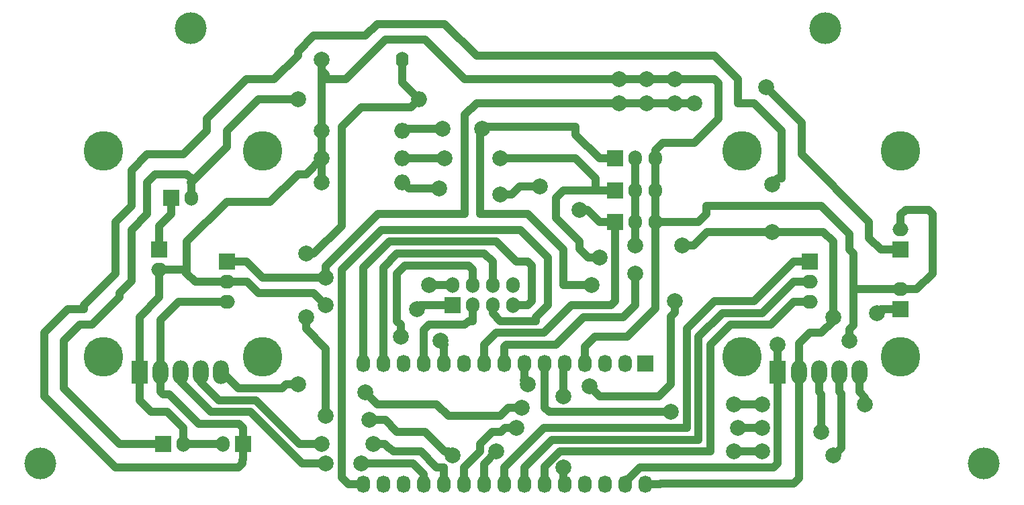
<source format=gbr>
G04 #@! TF.GenerationSoftware,KiCad,Pcbnew,(5.1.5)-3*
G04 #@! TF.CreationDate,2020-04-14T01:24:30+03:00*
G04 #@! TF.ProjectId,Transmitter,5472616e-736d-4697-9474-65722e6b6963,rev?*
G04 #@! TF.SameCoordinates,Original*
G04 #@! TF.FileFunction,Copper,L2,Bot*
G04 #@! TF.FilePolarity,Positive*
%FSLAX46Y46*%
G04 Gerber Fmt 4.6, Leading zero omitted, Abs format (unit mm)*
G04 Created by KiCad (PCBNEW (5.1.5)-3) date 2020-04-14 01:24:30*
%MOMM*%
%LPD*%
G04 APERTURE LIST*
%ADD10C,2.000000*%
%ADD11O,2.000000X2.000000*%
%ADD12O,1.700000X2.000000*%
%ADD13R,2.000000X2.000000*%
%ADD14O,1.600000X2.000000*%
%ADD15O,2.000000X3.000000*%
%ADD16R,2.000000X3.000000*%
%ADD17C,5.000000*%
%ADD18O,2.000000X1.700000*%
%ADD19O,1.700000X2.200000*%
%ADD20C,4.000000*%
%ADD21C,1.000000*%
G04 APERTURE END LIST*
D10*
X121500000Y-85000000D03*
D11*
X131660000Y-85000000D03*
D10*
X121500000Y-82000000D03*
D11*
X131660000Y-82000000D03*
D10*
X121500000Y-78500000D03*
D11*
X131660000Y-78500000D03*
D12*
X145580000Y-98000000D03*
X145580000Y-100540000D03*
X143040000Y-98000000D03*
X143040000Y-100540000D03*
X140500000Y-98000000D03*
X140500000Y-100540000D03*
X137960000Y-98000000D03*
D13*
X137960000Y-100540000D03*
D10*
X118500000Y-74500000D03*
D11*
X133740000Y-74500000D03*
D10*
X121500000Y-69500000D03*
D14*
X131660000Y-69500000D03*
D15*
X189280000Y-108960000D03*
X186740000Y-108960000D03*
X184200000Y-108960000D03*
X181660000Y-108960000D03*
D16*
X179000000Y-109000000D03*
D17*
X174500000Y-81000000D03*
X194500000Y-81000000D03*
X194500000Y-107000000D03*
X174500000Y-107000000D03*
D15*
X108780000Y-108960000D03*
X106240000Y-108960000D03*
X103700000Y-108960000D03*
X101160000Y-108960000D03*
D16*
X98500000Y-109000000D03*
D17*
X94000000Y-81000000D03*
X114000000Y-81000000D03*
X114000000Y-107000000D03*
X94000000Y-107000000D03*
D13*
X109500000Y-95000000D03*
D18*
X109500000Y-97540000D03*
X109500000Y-100080000D03*
D13*
X183000000Y-95000000D03*
D18*
X183000000Y-97540000D03*
X183000000Y-100080000D03*
D13*
X194500000Y-101040000D03*
D18*
X194500000Y-98500000D03*
D13*
X101500000Y-118000000D03*
D12*
X104040000Y-118000000D03*
D13*
X194500000Y-93500000D03*
D18*
X194500000Y-90960000D03*
D13*
X111540000Y-118000000D03*
D12*
X109000000Y-118000000D03*
D13*
X101000000Y-93500000D03*
D18*
X101000000Y-96040000D03*
D13*
X158500000Y-90000000D03*
D12*
X161040000Y-90000000D03*
X163580000Y-90000000D03*
D13*
X158500000Y-86000000D03*
D12*
X161040000Y-86000000D03*
X163580000Y-86000000D03*
D13*
X158500000Y-82000000D03*
D12*
X161040000Y-82000000D03*
X163580000Y-82000000D03*
D13*
X102500000Y-87000000D03*
D12*
X105040000Y-87000000D03*
D19*
X126720000Y-107880000D03*
X126720000Y-123120000D03*
X129260000Y-107880000D03*
X129260000Y-123120000D03*
X131800000Y-107880000D03*
X131800000Y-123120000D03*
X134340000Y-107880000D03*
X134340000Y-123120000D03*
X136880000Y-107880000D03*
X136880000Y-123120000D03*
X139420000Y-107880000D03*
X139420000Y-123120000D03*
X141960000Y-107880000D03*
X141960000Y-123120000D03*
X144500000Y-107880000D03*
X144500000Y-123120000D03*
X147040000Y-107880000D03*
X147040000Y-123120000D03*
X149580000Y-107880000D03*
X149580000Y-123120000D03*
X152120000Y-107880000D03*
X152120000Y-123120000D03*
X154660000Y-107880000D03*
X154660000Y-123120000D03*
X157200000Y-107880000D03*
X157200000Y-123120000D03*
X159740000Y-107880000D03*
X159740000Y-123120000D03*
D13*
X162280000Y-107880000D03*
D19*
X162280000Y-123120000D03*
D20*
X86000000Y-120500000D03*
X205000000Y-120500000D03*
X185000000Y-65500000D03*
X105000000Y-65500000D03*
D10*
X126500000Y-120500000D03*
X122000000Y-120500000D03*
X131500000Y-104500000D03*
X136500000Y-105000000D03*
X121500000Y-118000000D03*
X128000000Y-118000000D03*
X184500000Y-116500000D03*
X177000000Y-116000000D03*
X174000000Y-116000000D03*
X146000000Y-116000000D03*
X136299999Y-85799999D03*
X144000000Y-86500000D03*
X154000000Y-88500000D03*
X149000000Y-85500000D03*
X186000000Y-119500000D03*
X177000000Y-119000000D03*
X173500000Y-119000000D03*
X143500000Y-119000000D03*
X161000000Y-96500000D03*
X156500000Y-94500000D03*
X137000000Y-82000000D03*
X144000000Y-82000000D03*
X155500000Y-98000000D03*
X166000000Y-100000000D03*
X155250000Y-110750000D03*
X147500000Y-110500000D03*
X141750000Y-78250000D03*
X136750000Y-78250000D03*
X190000000Y-113000000D03*
X177000000Y-113000000D03*
X173500000Y-113000000D03*
X165500000Y-114000000D03*
X118500000Y-110500000D03*
X152000000Y-112000000D03*
X146750000Y-113500000D03*
X127000000Y-111500000D03*
X133500000Y-101000000D03*
X122000000Y-100500000D03*
X179000000Y-105500000D03*
X188000000Y-105000000D03*
X159000000Y-72000000D03*
X162500000Y-72000000D03*
X166000000Y-72000000D03*
X161040000Y-92960000D03*
X166960000Y-92960000D03*
X178250000Y-85250000D03*
X178250000Y-91250000D03*
X186000000Y-102000000D03*
X191500000Y-101500000D03*
X135000000Y-98000000D03*
X122000000Y-97000000D03*
X177500000Y-73000000D03*
X168500000Y-75000000D03*
X159000000Y-75000000D03*
X162500000Y-75000000D03*
X166000000Y-75000000D03*
X119500000Y-94000000D03*
X119500000Y-102000000D03*
X122000000Y-114500000D03*
X127500000Y-115000000D03*
X138000000Y-119500000D03*
X152000000Y-121000000D03*
D21*
X145580000Y-100540000D02*
X147460000Y-100540000D01*
X147460000Y-100540000D02*
X148000000Y-100000000D01*
X148000000Y-100000000D02*
X148000000Y-95500000D01*
X148000000Y-95500000D02*
X147500000Y-95000000D01*
X147500000Y-95000000D02*
X146000000Y-95000000D01*
X146000000Y-95000000D02*
X143500000Y-92500000D01*
X143500000Y-92500000D02*
X130000000Y-92500000D01*
X126720000Y-95780000D02*
X126720000Y-107880000D01*
X130000000Y-92500000D02*
X126720000Y-95780000D01*
X124870000Y-123120000D02*
X126720000Y-123120000D01*
X148500000Y-102500000D02*
X148500000Y-102000000D01*
X129000000Y-91000000D02*
X124000000Y-96000000D01*
X124000000Y-122250000D02*
X124870000Y-123120000D01*
X124000000Y-96000000D02*
X124000000Y-122250000D01*
X143040000Y-101540000D02*
X144000000Y-102500000D01*
X148500000Y-102000000D02*
X150000000Y-100500000D01*
X143040000Y-100540000D02*
X143040000Y-101540000D01*
X150000000Y-100500000D02*
X150000000Y-94500000D01*
X144000000Y-102500000D02*
X148500000Y-102500000D01*
X146500000Y-91000000D02*
X129000000Y-91000000D01*
X150000000Y-94500000D02*
X146500000Y-91000000D01*
X129260000Y-95740000D02*
X129260000Y-107880000D01*
X142000000Y-94000000D02*
X131000000Y-94000000D01*
X143040000Y-98000000D02*
X143040000Y-95040000D01*
X131000000Y-94000000D02*
X129260000Y-95740000D01*
X143040000Y-95040000D02*
X142000000Y-94000000D01*
X140500000Y-100540000D02*
X140500000Y-102500000D01*
X140500000Y-102500000D02*
X140000000Y-102500000D01*
X140000000Y-102500000D02*
X139500000Y-103000000D01*
X139500000Y-103000000D02*
X135000000Y-103000000D01*
X134340000Y-103660000D02*
X134340000Y-107880000D01*
X135000000Y-103000000D02*
X134340000Y-103660000D01*
X134340000Y-123120000D02*
X134340000Y-121840000D01*
X134340000Y-121840000D02*
X133000000Y-120500000D01*
X133000000Y-120500000D02*
X126500000Y-120500000D01*
X126500000Y-120500000D02*
X126500000Y-120500000D01*
X103700000Y-110200000D02*
X103700000Y-108960000D01*
X119000000Y-120500000D02*
X114000000Y-115500000D01*
X122000000Y-120500000D02*
X119000000Y-120500000D01*
X107500000Y-114000000D02*
X103700000Y-110200000D01*
X114000000Y-115500000D02*
X112500000Y-114000000D01*
X112500000Y-114000000D02*
X107500000Y-114000000D01*
X136500000Y-105000000D02*
X137000000Y-105500000D01*
X136880000Y-105620000D02*
X136880000Y-107880000D01*
X137000000Y-105500000D02*
X136880000Y-105620000D01*
X131500000Y-104500000D02*
X131500000Y-103000000D01*
X131500000Y-103000000D02*
X131000000Y-102500000D01*
X131000000Y-102500000D02*
X131000000Y-96500000D01*
X131000000Y-96500000D02*
X132000000Y-95500000D01*
X132000000Y-95500000D02*
X140000000Y-95500000D01*
X140000000Y-95500000D02*
X140500000Y-96000000D01*
X140500000Y-96000000D02*
X140500000Y-98000000D01*
X106240000Y-108960000D02*
X106240000Y-110240000D01*
X106240000Y-110240000D02*
X108500000Y-112500000D01*
X108500000Y-112500000D02*
X112500000Y-112500000D01*
X113197070Y-112500000D02*
X118697070Y-118000000D01*
X112500000Y-112500000D02*
X113197070Y-112500000D01*
X118697070Y-118000000D02*
X121500000Y-118000000D01*
X121500000Y-118000000D02*
X121500000Y-118000000D01*
X136880000Y-121020000D02*
X136880000Y-123120000D01*
X136000000Y-121000000D02*
X136860000Y-121000000D01*
X128000000Y-118000000D02*
X129414213Y-118000000D01*
X129414213Y-118000000D02*
X129914213Y-118500000D01*
X129914213Y-118500000D02*
X130000000Y-118500000D01*
X130000000Y-118500000D02*
X130500000Y-119000000D01*
X136860000Y-121000000D02*
X136880000Y-121020000D01*
X134000000Y-119000000D02*
X136000000Y-121000000D01*
X130500000Y-119000000D02*
X134000000Y-119000000D01*
X184200000Y-111460000D02*
X184500000Y-111760000D01*
X184200000Y-108960000D02*
X184200000Y-111460000D01*
X184500000Y-111760000D02*
X184500000Y-116500000D01*
X184500000Y-116500000D02*
X184500000Y-116500000D01*
X177000000Y-116000000D02*
X174000000Y-116000000D01*
X174000000Y-116000000D02*
X174000000Y-116000000D01*
X146000000Y-116000000D02*
X144585787Y-116000000D01*
X144585787Y-116000000D02*
X144085787Y-116500000D01*
X144085787Y-116500000D02*
X143000000Y-116500000D01*
X143000000Y-116500000D02*
X141500000Y-118000000D01*
X141500000Y-118000000D02*
X141500000Y-119000000D01*
X139420000Y-121020000D02*
X139420000Y-123120000D01*
X141440000Y-119000000D02*
X139420000Y-121020000D01*
X141500000Y-119000000D02*
X141440000Y-119000000D01*
X158000000Y-100500000D02*
X158500000Y-100000000D01*
X153000000Y-100500000D02*
X158000000Y-100500000D01*
X158500000Y-100000000D02*
X158500000Y-90000000D01*
X141960000Y-105780000D02*
X142000000Y-105740000D01*
X149500000Y-104000000D02*
X153000000Y-100500000D01*
X141960000Y-107880000D02*
X141960000Y-105780000D01*
X142000000Y-105740000D02*
X142000000Y-105500000D01*
X142000000Y-105500000D02*
X143500000Y-104000000D01*
X143500000Y-104000000D02*
X149500000Y-104000000D01*
X132459999Y-85799999D02*
X136299999Y-85799999D01*
X131660000Y-85000000D02*
X132459999Y-85799999D01*
X136299999Y-85799999D02*
X136299999Y-85799999D01*
X156500000Y-90000000D02*
X155000000Y-88500000D01*
X158500000Y-90000000D02*
X156500000Y-90000000D01*
X155000000Y-88500000D02*
X154000000Y-88500000D01*
X154000000Y-88500000D02*
X154000000Y-88500000D01*
X145414213Y-86500000D02*
X146414213Y-85500000D01*
X144000000Y-86500000D02*
X145414213Y-86500000D01*
X146414213Y-85500000D02*
X149000000Y-85500000D01*
X149000000Y-85500000D02*
X149000000Y-85500000D01*
X186740000Y-111460000D02*
X187000000Y-111720000D01*
X186740000Y-108960000D02*
X186740000Y-111460000D01*
X187000000Y-111720000D02*
X187000000Y-118500000D01*
X187000000Y-118500000D02*
X186000000Y-119500000D01*
X186000000Y-119500000D02*
X186000000Y-119500000D01*
X141960000Y-120540000D02*
X141960000Y-123120000D01*
X141960000Y-120540000D02*
X143500000Y-119000000D01*
X177000000Y-119000000D02*
X173500000Y-119000000D01*
X144500000Y-105780000D02*
X144780000Y-105500000D01*
X144500000Y-107880000D02*
X144500000Y-105780000D01*
X144780000Y-105500000D02*
X151000000Y-105500000D01*
X151000000Y-105500000D02*
X154500000Y-102000000D01*
X154500000Y-102000000D02*
X159500000Y-102000000D01*
X159500000Y-102000000D02*
X161000000Y-100500000D01*
X161000000Y-100500000D02*
X161000000Y-96500000D01*
X161000000Y-96500000D02*
X161000000Y-96500000D01*
X156000000Y-86000000D02*
X158500000Y-86000000D01*
X131660000Y-82000000D02*
X137000000Y-82000000D01*
X137000000Y-82000000D02*
X137000000Y-82000000D01*
X156000000Y-84500000D02*
X156000000Y-86000000D01*
X144000000Y-82000000D02*
X153500000Y-82000000D01*
X153500000Y-82000000D02*
X156000000Y-84500000D01*
X155085787Y-94500000D02*
X154000000Y-93414213D01*
X156500000Y-94500000D02*
X155085787Y-94500000D01*
X154000000Y-93414213D02*
X154000000Y-92500000D01*
X154000000Y-92500000D02*
X151000000Y-89500000D01*
X151000000Y-89500000D02*
X151000000Y-87000000D01*
X152000000Y-86000000D02*
X156000000Y-86000000D01*
X151000000Y-87000000D02*
X152000000Y-86000000D01*
X149500000Y-116000000D02*
X144500000Y-121000000D01*
X144500000Y-121000000D02*
X144500000Y-123120000D01*
X181000000Y-95000000D02*
X176000000Y-100000000D01*
X183000000Y-95000000D02*
X181000000Y-95000000D01*
X167500000Y-103500000D02*
X167500000Y-116000000D01*
X176000000Y-100000000D02*
X171000000Y-100000000D01*
X171000000Y-100000000D02*
X167500000Y-103500000D01*
X167500000Y-116000000D02*
X149500000Y-116000000D01*
X155500000Y-98000000D02*
X155500000Y-98000000D01*
X166000000Y-101414213D02*
X165500000Y-101914213D01*
X166000000Y-100000000D02*
X166000000Y-101414213D01*
X165500000Y-101914213D02*
X165500000Y-110500000D01*
X165500000Y-110500000D02*
X164000000Y-112000000D01*
X164000000Y-112000000D02*
X157000000Y-112000000D01*
X157000000Y-112000000D02*
X156500000Y-112000000D01*
X156500000Y-112000000D02*
X155500000Y-111000000D01*
X155500000Y-111000000D02*
X155250000Y-110750000D01*
X155250000Y-110750000D02*
X155000000Y-110500000D01*
X147500000Y-110500000D02*
X147000000Y-110000000D01*
X147040000Y-109980000D02*
X147040000Y-107880000D01*
X147020000Y-110000000D02*
X147040000Y-109980000D01*
X147000000Y-110000000D02*
X147020000Y-110000000D01*
X156500000Y-82000000D02*
X158500000Y-82000000D01*
X153500000Y-79000000D02*
X156500000Y-82000000D01*
X153500000Y-78000000D02*
X153500000Y-79000000D01*
X142000000Y-78000000D02*
X153500000Y-78000000D01*
X141500000Y-78500000D02*
X141750000Y-78250000D01*
X152000000Y-98000000D02*
X152000000Y-93500000D01*
X155500000Y-98000000D02*
X152000000Y-98000000D01*
X152000000Y-93500000D02*
X147500000Y-89000000D01*
X147500000Y-89000000D02*
X141500000Y-89000000D01*
X141500000Y-89000000D02*
X141500000Y-78500000D01*
X141750000Y-78250000D02*
X142000000Y-78000000D01*
X131910000Y-78250000D02*
X131660000Y-78500000D01*
X136750000Y-78250000D02*
X131910000Y-78250000D01*
X150500000Y-117500000D02*
X147040000Y-120960000D01*
X169000000Y-117500000D02*
X150500000Y-117500000D01*
X147040000Y-120960000D02*
X147040000Y-123120000D01*
X181000000Y-97540000D02*
X177040000Y-101500000D01*
X183000000Y-97540000D02*
X181000000Y-97540000D01*
X169000000Y-104500000D02*
X169000000Y-117500000D01*
X177040000Y-101500000D02*
X172000000Y-101500000D01*
X172000000Y-101500000D02*
X169000000Y-104500000D01*
X189280000Y-111460000D02*
X190000000Y-112180000D01*
X189280000Y-108960000D02*
X189280000Y-111460000D01*
X190000000Y-112180000D02*
X190000000Y-113000000D01*
X190000000Y-113000000D02*
X190000000Y-113000000D01*
X177000000Y-113000000D02*
X173500000Y-113000000D01*
X173500000Y-113000000D02*
X173500000Y-113000000D01*
X150160000Y-114000000D02*
X165500000Y-114000000D01*
X149580000Y-107880000D02*
X149580000Y-113420000D01*
X149580000Y-113420000D02*
X150160000Y-114000000D01*
X127000000Y-111500000D02*
X128500000Y-113000000D01*
X128500000Y-113000000D02*
X136000000Y-113000000D01*
X136000000Y-113000000D02*
X137500000Y-114500000D01*
X137500000Y-114500000D02*
X144000000Y-114500000D01*
X145000000Y-113500000D02*
X146750000Y-113500000D01*
X144000000Y-114500000D02*
X145000000Y-113500000D01*
X152000000Y-108000000D02*
X152120000Y-107880000D01*
X152000000Y-112000000D02*
X152000000Y-108000000D01*
X117000000Y-110500000D02*
X118500000Y-110500000D01*
X111000000Y-111000000D02*
X116500000Y-111000000D01*
X108780000Y-108960000D02*
X108960000Y-108960000D01*
X116500000Y-111000000D02*
X117000000Y-110500000D01*
X108960000Y-108960000D02*
X111000000Y-111000000D01*
X163580000Y-100920000D02*
X163580000Y-90000000D01*
X155940000Y-104500000D02*
X160000000Y-104500000D01*
X154660000Y-107880000D02*
X154660000Y-105780000D01*
X160000000Y-104500000D02*
X163580000Y-100920000D01*
X154660000Y-105780000D02*
X155940000Y-104500000D01*
X163580000Y-90000000D02*
X163580000Y-86000000D01*
X163580000Y-86000000D02*
X163580000Y-82000000D01*
X104040000Y-116000000D02*
X102040000Y-114000000D01*
X104040000Y-118000000D02*
X104040000Y-116000000D01*
X102040000Y-114000000D02*
X100000000Y-114000000D01*
X98500000Y-112500000D02*
X98500000Y-109000000D01*
X100000000Y-114000000D02*
X98500000Y-112500000D01*
X109000000Y-118000000D02*
X104040000Y-118000000D01*
X98500000Y-109000000D02*
X98500000Y-102000000D01*
X101000000Y-99500000D02*
X101000000Y-96040000D01*
X98500000Y-102000000D02*
X101000000Y-99500000D01*
X109500000Y-97540000D02*
X105540000Y-97540000D01*
X104040000Y-96040000D02*
X101000000Y-96040000D01*
X105540000Y-97540000D02*
X104500000Y-96500000D01*
X104500000Y-96500000D02*
X104040000Y-96040000D01*
X159740000Y-122870000D02*
X161610000Y-121000000D01*
X159740000Y-123120000D02*
X159740000Y-122870000D01*
X161610000Y-121000000D02*
X178500000Y-121000000D01*
X179000000Y-120500000D02*
X179000000Y-109000000D01*
X178500000Y-121000000D02*
X179000000Y-120500000D01*
X137960000Y-100540000D02*
X133960000Y-100540000D01*
X133960000Y-100540000D02*
X133500000Y-101000000D01*
X133500000Y-101000000D02*
X133500000Y-101000000D01*
X122000000Y-100500000D02*
X120500000Y-99000000D01*
X120500000Y-99000000D02*
X113500000Y-99000000D01*
X112040000Y-97540000D02*
X109500000Y-97540000D01*
X113500000Y-99000000D02*
X112040000Y-97540000D01*
X179000000Y-109000000D02*
X179000000Y-105500000D01*
X179000000Y-105500000D02*
X179000000Y-105500000D01*
X163580000Y-90000000D02*
X169000000Y-90000000D01*
X169000000Y-90000000D02*
X169500000Y-89500000D01*
X121500000Y-78500000D02*
X121500000Y-77000000D01*
X121500000Y-77000000D02*
X121500000Y-69500000D01*
X119500000Y-84000000D02*
X121500000Y-82000000D01*
X104500000Y-92500000D02*
X109500000Y-87500000D01*
X104500000Y-96500000D02*
X104500000Y-92500000D01*
X115000000Y-87500000D02*
X118500000Y-84000000D01*
X109500000Y-87500000D02*
X115000000Y-87500000D01*
X118500000Y-84000000D02*
X119500000Y-84000000D01*
X121500000Y-85000000D02*
X121500000Y-78500000D01*
X194500000Y-89110000D02*
X194500000Y-90960000D01*
X195110000Y-88500000D02*
X194500000Y-89110000D01*
X194500000Y-98500000D02*
X196500000Y-98500000D01*
X196500000Y-98500000D02*
X198500000Y-96500000D01*
X198500000Y-96500000D02*
X198500000Y-89000000D01*
X198500000Y-89000000D02*
X198000000Y-88500000D01*
X198000000Y-88500000D02*
X195110000Y-88500000D01*
X170000000Y-88000000D02*
X170000000Y-89000000D01*
X170000000Y-89000000D02*
X169000000Y-90000000D01*
X188000000Y-91500000D02*
X184500000Y-88000000D01*
X184500000Y-88000000D02*
X170000000Y-88000000D01*
X188000000Y-93500000D02*
X188000000Y-91500000D01*
X188000000Y-103585787D02*
X188500000Y-103085787D01*
X188000000Y-105000000D02*
X188000000Y-103585787D01*
X188500000Y-94000000D02*
X188000000Y-93500000D01*
X122000000Y-71414213D02*
X121500000Y-70914213D01*
X164500000Y-80000000D02*
X168500000Y-80000000D01*
X171500000Y-77000000D02*
X171500000Y-72500000D01*
X163580000Y-82000000D02*
X163580000Y-80920000D01*
X122000000Y-72000000D02*
X122000000Y-71414213D01*
X168500000Y-80000000D02*
X171500000Y-77000000D01*
X171500000Y-72500000D02*
X171000000Y-72000000D01*
X171000000Y-72000000D02*
X166000000Y-72000000D01*
X139500000Y-72000000D02*
X134500000Y-67000000D01*
X121500000Y-70914213D02*
X121500000Y-69500000D01*
X134500000Y-67000000D02*
X129500000Y-67000000D01*
X129500000Y-67000000D02*
X124500000Y-72000000D01*
X163580000Y-80920000D02*
X164500000Y-80000000D01*
X124500000Y-72000000D02*
X122000000Y-72000000D01*
X141000000Y-72000000D02*
X139500000Y-72000000D01*
X159000000Y-72000000D02*
X141000000Y-72000000D01*
X162500000Y-72000000D02*
X159000000Y-72000000D01*
X166000000Y-72000000D02*
X162500000Y-72000000D01*
X194500000Y-98500000D02*
X188500000Y-98500000D01*
X188500000Y-103085787D02*
X188500000Y-98500000D01*
X188500000Y-98500000D02*
X188500000Y-94000000D01*
X101160000Y-108960000D02*
X101160000Y-102340000D01*
X103420000Y-100080000D02*
X109500000Y-100080000D01*
X101160000Y-102340000D02*
X103420000Y-100080000D01*
X161040000Y-90000000D02*
X161040000Y-86000000D01*
X161040000Y-86000000D02*
X161040000Y-82000000D01*
X164130000Y-123120000D02*
X164250000Y-123000000D01*
X162280000Y-123120000D02*
X164130000Y-123120000D01*
X164250000Y-123000000D02*
X181000000Y-123000000D01*
X181660000Y-122340000D02*
X181660000Y-108960000D01*
X181000000Y-123000000D02*
X181660000Y-122340000D01*
X161040000Y-90000000D02*
X161040000Y-92960000D01*
X161040000Y-92960000D02*
X161040000Y-92960000D01*
X111540000Y-116000000D02*
X111540000Y-118000000D01*
X101160000Y-108960000D02*
X101160000Y-111460000D01*
X102300000Y-111800000D02*
X106000000Y-115500000D01*
X101160000Y-111460000D02*
X101500000Y-111800000D01*
X101500000Y-111800000D02*
X102300000Y-111800000D01*
X111040000Y-115500000D02*
X111540000Y-116000000D01*
X106000000Y-115500000D02*
X111040000Y-115500000D01*
X111540000Y-120000000D02*
X111500000Y-120040000D01*
X111540000Y-118000000D02*
X111540000Y-120000000D01*
X111500000Y-120040000D02*
X111500000Y-120500000D01*
X111500000Y-120500000D02*
X111000000Y-121000000D01*
X111000000Y-121000000D02*
X95500000Y-121000000D01*
X95500000Y-121000000D02*
X86500000Y-112000000D01*
X86500000Y-112000000D02*
X86500000Y-105500000D01*
X86500000Y-105500000D02*
X86500000Y-104000000D01*
X86500000Y-104000000D02*
X89000000Y-101500000D01*
X89000000Y-101500000D02*
X89500000Y-101000000D01*
X89500000Y-101000000D02*
X91500000Y-101000000D01*
X91500000Y-101000000D02*
X91500000Y-100500000D01*
X91500000Y-100500000D02*
X95500000Y-96500000D01*
X95500000Y-96500000D02*
X95500000Y-90000000D01*
X95500000Y-90000000D02*
X97500000Y-88000000D01*
X97500000Y-88000000D02*
X97500000Y-84000000D01*
X97500000Y-84000000D02*
X97500000Y-83500000D01*
X97500000Y-83500000D02*
X99500000Y-81500000D01*
X99500000Y-81500000D02*
X104000000Y-81500000D01*
X104000000Y-81500000D02*
X107000000Y-78500000D01*
X107000000Y-78500000D02*
X107000000Y-77000000D01*
X107000000Y-77000000D02*
X112000000Y-72000000D01*
X112000000Y-72000000D02*
X115500000Y-72000000D01*
X115500000Y-72000000D02*
X118500000Y-69000000D01*
X118500000Y-69000000D02*
X118500000Y-68500000D01*
X118500000Y-68500000D02*
X120500000Y-66500000D01*
X120500000Y-66500000D02*
X127000000Y-66500000D01*
X127000000Y-66500000D02*
X128500000Y-65000000D01*
X128500000Y-65000000D02*
X137000000Y-65000000D01*
X178250000Y-85250000D02*
X178000000Y-85500000D01*
X181660000Y-108960000D02*
X181660000Y-105340000D01*
X186000000Y-92500000D02*
X184750000Y-91250000D01*
X184500000Y-104000000D02*
X186000000Y-102500000D01*
X181660000Y-105340000D02*
X183000000Y-104000000D01*
X183000000Y-104000000D02*
X184500000Y-104000000D01*
X184750000Y-91250000D02*
X178250000Y-91250000D01*
X186000000Y-102500000D02*
X186000000Y-102000000D01*
X170084213Y-91250000D02*
X178250000Y-91250000D01*
X166960000Y-92960000D02*
X168374213Y-92960000D01*
X168374213Y-92960000D02*
X170084213Y-91250000D01*
X186000000Y-102000000D02*
X186000000Y-92500000D01*
X191500000Y-101500000D02*
X192000000Y-101000000D01*
X192040000Y-101040000D02*
X194500000Y-101040000D01*
X192000000Y-101000000D02*
X192040000Y-101040000D01*
X171000000Y-69000000D02*
X141000000Y-69000000D01*
X174000000Y-75000000D02*
X174000000Y-72000000D01*
X174000000Y-72000000D02*
X171000000Y-69000000D01*
X176000000Y-75000000D02*
X174000000Y-75000000D01*
X179500000Y-78500000D02*
X176000000Y-75000000D01*
X137000000Y-65000000D02*
X141000000Y-69000000D01*
X179500000Y-84500000D02*
X179500000Y-78500000D01*
X178250000Y-85250000D02*
X179000000Y-84500000D01*
X179000000Y-84500000D02*
X179500000Y-84500000D01*
X137960000Y-98000000D02*
X135000000Y-98000000D01*
X135000000Y-98000000D02*
X135000000Y-98000000D01*
X122000000Y-97000000D02*
X114000000Y-97000000D01*
X112000000Y-95000000D02*
X109500000Y-95000000D01*
X114000000Y-97000000D02*
X112000000Y-95000000D01*
X194500000Y-93500000D02*
X192000000Y-93500000D01*
X192000000Y-93500000D02*
X190500000Y-92000000D01*
X190500000Y-92000000D02*
X190500000Y-90000000D01*
X190500000Y-90000000D02*
X182000000Y-81500000D01*
X182000000Y-81500000D02*
X182000000Y-77500000D01*
X182000000Y-77500000D02*
X177500000Y-73000000D01*
X177500000Y-73000000D02*
X177500000Y-73000000D01*
X122000000Y-95585787D02*
X122000000Y-97000000D01*
X141000000Y-75000000D02*
X141000000Y-75000000D01*
X168500000Y-75000000D02*
X166000000Y-75000000D01*
X139500000Y-76500000D02*
X139500000Y-89000000D01*
X139500000Y-89000000D02*
X128585787Y-89000000D01*
X128585787Y-89000000D02*
X122000000Y-95585787D01*
X141000000Y-75000000D02*
X139500000Y-76500000D01*
X159000000Y-75000000D02*
X141000000Y-75000000D01*
X162500000Y-75000000D02*
X159000000Y-75000000D01*
X166000000Y-75000000D02*
X162500000Y-75000000D01*
X181000000Y-100080000D02*
X178080000Y-103000000D01*
X183000000Y-100080000D02*
X181000000Y-100080000D01*
X178080000Y-103000000D02*
X173000000Y-103000000D01*
X173000000Y-103000000D02*
X170500000Y-105500000D01*
X170500000Y-105500000D02*
X170500000Y-119000000D01*
X170500000Y-119000000D02*
X151500000Y-119000000D01*
X149580000Y-120920000D02*
X149580000Y-123120000D01*
X151500000Y-119000000D02*
X149580000Y-120920000D01*
X131660000Y-72420000D02*
X133740000Y-74500000D01*
X131660000Y-69500000D02*
X131660000Y-72420000D01*
X132740001Y-75499999D02*
X126500001Y-75499999D01*
X133740000Y-74500000D02*
X132740001Y-75499999D01*
X126500001Y-75499999D02*
X124000000Y-78000000D01*
X124000000Y-78000000D02*
X124000000Y-90500000D01*
X124000000Y-90500000D02*
X120500000Y-94000000D01*
X120500000Y-94000000D02*
X119500000Y-94000000D01*
X119500000Y-94000000D02*
X119500000Y-94000000D01*
X119500000Y-102000000D02*
X119500000Y-103500000D01*
X119500000Y-103500000D02*
X122000000Y-106000000D01*
X122000000Y-106000000D02*
X122000000Y-114500000D01*
X122000000Y-114500000D02*
X122000000Y-114500000D01*
X127500000Y-115000000D02*
X129500000Y-115000000D01*
X129500000Y-115000000D02*
X131000000Y-116500000D01*
X131000000Y-116500000D02*
X134500000Y-116500000D01*
X134500000Y-116500000D02*
X137000000Y-119000000D01*
X137000000Y-119000000D02*
X137000000Y-119000000D01*
X137500000Y-119000000D02*
X138000000Y-119500000D01*
X137000000Y-119000000D02*
X137500000Y-119000000D01*
X152000000Y-123000000D02*
X152120000Y-123120000D01*
X152000000Y-121000000D02*
X152000000Y-123000000D01*
X101000000Y-90500000D02*
X101000000Y-93500000D01*
X102500000Y-87000000D02*
X102500000Y-89000000D01*
X102500000Y-89000000D02*
X101000000Y-90500000D01*
X105040000Y-85000000D02*
X109500000Y-80540000D01*
X109500000Y-80540000D02*
X109500000Y-78500000D01*
X113500000Y-74500000D02*
X118500000Y-74500000D01*
X109500000Y-78500000D02*
X113500000Y-74500000D01*
X105040000Y-85040000D02*
X105000000Y-85000000D01*
X105040000Y-87000000D02*
X105040000Y-85040000D01*
X105000000Y-85000000D02*
X105040000Y-85000000D01*
X105040000Y-85000000D02*
X105040000Y-84540000D01*
X105040000Y-84540000D02*
X104500000Y-84000000D01*
X91000000Y-103000000D02*
X89000000Y-105000000D01*
X89000000Y-105000000D02*
X89000000Y-111000000D01*
X96000000Y-118000000D02*
X101500000Y-118000000D01*
X89000000Y-111000000D02*
X96000000Y-118000000D01*
X91000000Y-103000000D02*
X92500000Y-103000000D01*
X92500000Y-103000000D02*
X96000000Y-99500000D01*
X96000000Y-99500000D02*
X96000000Y-99000000D01*
X96000000Y-99000000D02*
X97500000Y-97500000D01*
X97500000Y-97500000D02*
X97500000Y-91000000D01*
X97500000Y-91000000D02*
X99500000Y-89000000D01*
X99500000Y-89000000D02*
X99500000Y-85000000D01*
X100500000Y-84000000D02*
X104500000Y-84000000D01*
X99500000Y-85000000D02*
X100500000Y-84000000D01*
M02*

</source>
